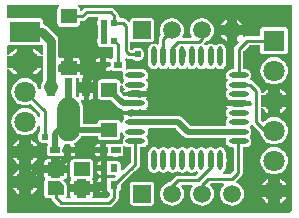
<source format=gtl>
G04 Layer: TopLayer*
G04 EasyEDA v6.5.37, 2023-10-31 21:51:45*
G04 92e80ba92b534569934612c00dbf32e0,a91715704fb945b483ebfb4622a18937,10*
G04 Gerber Generator version 0.2*
G04 Scale: 100 percent, Rotated: No, Reflected: No *
G04 Dimensions in inches *
G04 leading zeros omitted , absolute positions ,3 integer and 6 decimal *
%FSLAX36Y36*%
%MOIN*%

%AMMACRO1*4,1,5,-0.0276,0.0226,0.0133,0.0226,0.0276,0.0077,0.0276,-0.0226,-0.0276,-0.0226,-0.0276,0.0226,0*%
%AMMACRO2*21,1,$1,$2,0,0,$3*%
%ADD10C,0.0200*%
%ADD11C,0.0100*%
%ADD12C,0.0300*%
%ADD13R,0.0551X0.0453*%
%ADD14MACRO1*%
%ADD15R,0.0236X0.0256*%
%ADD16MACRO2,0.0213X0.0311X90.0000*%
%ADD17MACRO2,0.0213X0.0311X-90.0000*%
%ADD18R,0.0551X0.0472*%
%ADD19R,0.0295X0.0236*%
%ADD20MACRO2,0.0213X0.0223X-90.0000*%
%ADD21MACRO2,0.0535X0.0484X0.0000*%
%ADD22R,0.0265X0.0620*%
%ADD23O,0.017717X0.064961*%
%ADD24O,0.064961X0.017717*%
%ADD25C,0.0709*%
%ADD26R,0.0709X0.0709*%
%ADD27R,0.0591X0.0591*%
%ADD28C,0.0591*%
%ADD29O,0.098425X0.070866*%
%ADD30R,0.0984X0.0709*%
%ADD31C,0.0240*%
%ADD32C,0.0480*%
%ADD33C,0.0135*%

%LPD*%
G36*
X489200Y2846200D02*
G01*
X487660Y2846500D01*
X486380Y2847380D01*
X485500Y2848660D01*
X485200Y2850200D01*
X485200Y3323620D01*
X485540Y3325240D01*
X486520Y3326580D01*
X487980Y3327420D01*
X489640Y3327580D01*
X491220Y3327060D01*
X492440Y3325940D01*
X496079Y3320920D01*
X499980Y3316740D01*
X504400Y3313080D01*
X509240Y3310020D01*
X514420Y3307580D01*
X517900Y3306460D01*
X517900Y3329780D01*
X489200Y3329780D01*
X487660Y3330080D01*
X486380Y3330960D01*
X485500Y3332260D01*
X485200Y3333780D01*
X485200Y3366220D01*
X485500Y3367740D01*
X486380Y3369040D01*
X487660Y3369920D01*
X489200Y3370220D01*
X517900Y3370220D01*
X517900Y3393540D01*
X514420Y3392420D01*
X509240Y3389980D01*
X504400Y3386920D01*
X499980Y3383260D01*
X496079Y3379080D01*
X492440Y3374060D01*
X491220Y3372940D01*
X489640Y3372420D01*
X487980Y3372580D01*
X486520Y3373420D01*
X485540Y3374760D01*
X485200Y3376380D01*
X485200Y3402040D01*
X485560Y3403700D01*
X486560Y3405059D01*
X488040Y3405880D01*
X489739Y3406000D01*
X493519Y3404640D01*
X496019Y3404360D01*
X593980Y3404360D01*
X596480Y3404640D01*
X598620Y3405400D01*
X599620Y3406019D01*
X601200Y3406600D01*
X602900Y3406460D01*
X604380Y3405640D01*
X605380Y3404280D01*
X605740Y3402640D01*
X605740Y3374680D01*
X605360Y3372980D01*
X604280Y3371600D01*
X602740Y3370800D01*
X601000Y3370740D01*
X599380Y3371440D01*
X598240Y3372760D01*
X597300Y3374440D01*
X593940Y3379080D01*
X590020Y3383260D01*
X585600Y3386920D01*
X580760Y3389980D01*
X575580Y3392420D01*
X572100Y3393540D01*
X572100Y3370220D01*
X601740Y3370220D01*
X603280Y3369920D01*
X604560Y3369040D01*
X605440Y3367740D01*
X605740Y3366220D01*
X605740Y3333780D01*
X605440Y3332260D01*
X604560Y3330960D01*
X603280Y3330080D01*
X601740Y3329780D01*
X572100Y3329780D01*
X572100Y3306460D01*
X575580Y3307580D01*
X580760Y3310020D01*
X585600Y3313080D01*
X590020Y3316740D01*
X593940Y3320920D01*
X597300Y3325560D01*
X598240Y3327240D01*
X599380Y3328560D01*
X601000Y3329260D01*
X602740Y3329200D01*
X604280Y3328399D01*
X605360Y3327020D01*
X605740Y3325320D01*
X605740Y3289420D01*
X605540Y3288159D01*
X604940Y3287020D01*
X602180Y3283320D01*
X599840Y3279040D01*
X598140Y3274480D01*
X597100Y3269700D01*
X596760Y3264840D01*
X596880Y3262919D01*
X596660Y3261259D01*
X595760Y3259840D01*
X594360Y3258900D01*
X592700Y3258639D01*
X591080Y3259080D01*
X589780Y3260140D01*
X589020Y3261640D01*
X588400Y3264100D01*
X586280Y3269420D01*
X583520Y3274440D01*
X580160Y3279080D01*
X576240Y3283260D01*
X571820Y3286920D01*
X566980Y3289980D01*
X561800Y3292420D01*
X556340Y3294200D01*
X550720Y3295260D01*
X545000Y3295620D01*
X539280Y3295260D01*
X533660Y3294200D01*
X528200Y3292420D01*
X523020Y3289980D01*
X518180Y3286920D01*
X513760Y3283260D01*
X509840Y3279080D01*
X506480Y3274440D01*
X503720Y3269420D01*
X501599Y3264100D01*
X500180Y3258540D01*
X499460Y3252860D01*
X499460Y3247140D01*
X500180Y3241460D01*
X501599Y3235899D01*
X503720Y3230580D01*
X506480Y3225560D01*
X509840Y3220920D01*
X513760Y3216740D01*
X518180Y3213080D01*
X523020Y3210020D01*
X528200Y3207580D01*
X533660Y3205800D01*
X539280Y3204740D01*
X545000Y3204380D01*
X550720Y3204740D01*
X556340Y3205800D01*
X561800Y3207580D01*
X563640Y3208080D01*
X565240Y3207799D01*
X566600Y3206920D01*
X593620Y3179880D01*
X594500Y3178580D01*
X594800Y3177040D01*
X594800Y3168880D01*
X594500Y3167340D01*
X593620Y3166040D01*
X592300Y3165179D01*
X590760Y3164880D01*
X589220Y3165200D01*
X587940Y3166100D01*
X587080Y3167420D01*
X586280Y3169420D01*
X583520Y3174440D01*
X580160Y3179080D01*
X576240Y3183260D01*
X571820Y3186920D01*
X566980Y3189980D01*
X561800Y3192420D01*
X556340Y3194200D01*
X550720Y3195260D01*
X545000Y3195620D01*
X539280Y3195260D01*
X533660Y3194200D01*
X528200Y3192420D01*
X523020Y3189980D01*
X518180Y3186920D01*
X513760Y3183260D01*
X509840Y3179080D01*
X506480Y3174440D01*
X503720Y3169420D01*
X501599Y3164100D01*
X500180Y3158540D01*
X499460Y3152860D01*
X499460Y3147140D01*
X500180Y3141460D01*
X501599Y3135899D01*
X503720Y3130580D01*
X506480Y3125560D01*
X509840Y3120920D01*
X513760Y3116740D01*
X518180Y3113080D01*
X523020Y3110020D01*
X528200Y3107580D01*
X533660Y3105800D01*
X539280Y3104740D01*
X545000Y3104380D01*
X550720Y3104740D01*
X556340Y3105800D01*
X561800Y3107580D01*
X566980Y3110020D01*
X571820Y3113080D01*
X576240Y3116740D01*
X580160Y3120920D01*
X583520Y3125560D01*
X586280Y3130580D01*
X587080Y3132580D01*
X587940Y3133900D01*
X589220Y3134800D01*
X590760Y3135120D01*
X592300Y3134820D01*
X593620Y3133960D01*
X594500Y3132660D01*
X594800Y3131120D01*
X594800Y3117720D01*
X594500Y3116180D01*
X593620Y3114880D01*
X593000Y3114260D01*
X590780Y3111100D01*
X589160Y3107580D01*
X588160Y3103860D01*
X587820Y3100000D01*
X588160Y3096139D01*
X589160Y3092420D01*
X590780Y3088900D01*
X593000Y3085740D01*
X595740Y3083000D01*
X598900Y3080779D01*
X602420Y3079160D01*
X606140Y3078159D01*
X610000Y3077820D01*
X613860Y3078159D01*
X616320Y3078820D01*
X618040Y3078880D01*
X619640Y3078220D01*
X620820Y3076940D01*
X621340Y3075299D01*
X621100Y3073580D01*
X618820Y3070040D01*
X618060Y3067900D01*
X617780Y3065400D01*
X617780Y3044600D01*
X618060Y3042100D01*
X618820Y3039960D01*
X620040Y3038020D01*
X621640Y3036420D01*
X623580Y3035200D01*
X625720Y3034460D01*
X628220Y3034160D01*
X658860Y3034160D01*
X661360Y3034460D01*
X663680Y3035260D01*
X665000Y3035480D01*
X666320Y3035260D01*
X668640Y3034460D01*
X671140Y3034160D01*
X676180Y3034160D01*
X676180Y3047180D01*
X673300Y3047180D01*
X671760Y3047480D01*
X670460Y3048360D01*
X669599Y3049660D01*
X669300Y3051180D01*
X669300Y3058820D01*
X669599Y3060340D01*
X670460Y3061640D01*
X671760Y3062520D01*
X673300Y3062820D01*
X676180Y3062820D01*
X676180Y3070940D01*
X676580Y3072660D01*
X677680Y3074060D01*
X679280Y3074820D01*
X681040Y3074840D01*
X681919Y3074640D01*
X686360Y3074100D01*
X690819Y3073960D01*
X692480Y3074060D01*
X694080Y3073840D01*
X695480Y3073000D01*
X696400Y3071660D01*
X696740Y3070080D01*
X696740Y3062820D01*
X712220Y3062820D01*
X712220Y3065400D01*
X711940Y3067900D01*
X711180Y3070040D01*
X709960Y3071980D01*
X708780Y3073580D01*
X708460Y3075080D01*
X708720Y3076580D01*
X709520Y3077860D01*
X710759Y3078759D01*
X712240Y3079460D01*
X716080Y3081720D01*
X719700Y3084340D01*
X723040Y3087280D01*
X726100Y3090539D01*
X728860Y3094060D01*
X731260Y3097820D01*
X732820Y3100740D01*
X733700Y3101880D01*
X734940Y3102620D01*
X736340Y3102860D01*
X783600Y3102860D01*
X785040Y3102600D01*
X786280Y3101860D01*
X787159Y3100700D01*
X787580Y3099320D01*
X787820Y3097180D01*
X788580Y3095040D01*
X789780Y3093100D01*
X791400Y3091500D01*
X793319Y3090280D01*
X795480Y3089520D01*
X797960Y3089240D01*
X852640Y3089240D01*
X855120Y3089520D01*
X857280Y3090280D01*
X859200Y3091500D01*
X860819Y3093100D01*
X862020Y3095040D01*
X862780Y3097180D01*
X863060Y3099680D01*
X863060Y3110700D01*
X863420Y3112340D01*
X864400Y3113700D01*
X865860Y3114520D01*
X867540Y3114680D01*
X869120Y3114140D01*
X870340Y3112980D01*
X872340Y3107780D01*
X874180Y3104780D01*
X875620Y3103200D01*
X876400Y3101960D01*
X876660Y3100520D01*
X876400Y3099060D01*
X875620Y3097820D01*
X874180Y3096240D01*
X872340Y3093260D01*
X871060Y3089980D01*
X870420Y3086520D01*
X870420Y3083000D01*
X871040Y3079640D01*
X871000Y3077980D01*
X870300Y3076480D01*
X869040Y3075380D01*
X867440Y3074920D01*
X865800Y3075120D01*
X864580Y3075539D01*
X862080Y3075820D01*
X854940Y3075820D01*
X853900Y3075960D01*
X850620Y3076840D01*
X846760Y3077180D01*
X842900Y3076840D01*
X839620Y3075960D01*
X838580Y3075820D01*
X831440Y3075820D01*
X828940Y3075539D01*
X826620Y3074740D01*
X825300Y3074520D01*
X823980Y3074740D01*
X821660Y3075539D01*
X819160Y3075820D01*
X814120Y3075820D01*
X814120Y3062820D01*
X817000Y3062820D01*
X818540Y3062520D01*
X819840Y3061640D01*
X820699Y3060340D01*
X821000Y3058820D01*
X821000Y3051180D01*
X820699Y3049660D01*
X819840Y3048360D01*
X818540Y3047480D01*
X817000Y3047180D01*
X814120Y3047180D01*
X814120Y3034160D01*
X819160Y3034160D01*
X821660Y3034460D01*
X823980Y3035260D01*
X825300Y3035480D01*
X826620Y3035260D01*
X828940Y3034460D01*
X831440Y3034160D01*
X838580Y3034160D01*
X839620Y3034040D01*
X842900Y3033159D01*
X846760Y3032820D01*
X850620Y3033159D01*
X853900Y3034040D01*
X854940Y3034160D01*
X862080Y3034160D01*
X864580Y3034460D01*
X866720Y3035200D01*
X868660Y3036420D01*
X870260Y3038020D01*
X871480Y3039960D01*
X872240Y3042100D01*
X872520Y3044600D01*
X872520Y3065620D01*
X872880Y3067300D01*
X873900Y3068660D01*
X875400Y3069480D01*
X877099Y3069580D01*
X878680Y3068980D01*
X879220Y3068639D01*
X882500Y3067000D01*
X885879Y3066040D01*
X889560Y3065700D01*
X893800Y3065700D01*
X895340Y3065400D01*
X896620Y3064540D01*
X897500Y3063240D01*
X897800Y3061700D01*
X897800Y3015960D01*
X897500Y3014420D01*
X896620Y3013120D01*
X889479Y3005980D01*
X870360Y2988980D01*
X869020Y2988180D01*
X867480Y2987980D01*
X865960Y2988360D01*
X864720Y2989320D01*
X863920Y2990659D01*
X863720Y2992220D01*
X863880Y2994960D01*
X863700Y2997180D01*
X863700Y3007580D01*
X863420Y3010059D01*
X862680Y3012200D01*
X861460Y3014140D01*
X859860Y3015740D01*
X857920Y3016960D01*
X855780Y3017720D01*
X853280Y3018000D01*
X830120Y3018000D01*
X827620Y3017720D01*
X826320Y3017260D01*
X825000Y3017040D01*
X823680Y3017260D01*
X822380Y3017720D01*
X819880Y3018000D01*
X816700Y3018000D01*
X816700Y3003759D01*
X818240Y3002980D01*
X819320Y3001600D01*
X819680Y2999900D01*
X819680Y2996820D01*
X819520Y2995000D01*
X819680Y2992840D01*
X819680Y2990100D01*
X819320Y2988399D01*
X818240Y2987020D01*
X816700Y2986240D01*
X816700Y2972000D01*
X819880Y2972000D01*
X822380Y2972280D01*
X823680Y2972740D01*
X825000Y2972960D01*
X826320Y2972740D01*
X827620Y2972280D01*
X830120Y2972000D01*
X842560Y2972000D01*
X844080Y2971700D01*
X845380Y2970840D01*
X846240Y2969540D01*
X846560Y2968000D01*
X846240Y2966480D01*
X845380Y2965179D01*
X844380Y2964160D01*
X843080Y2963300D01*
X841540Y2963000D01*
X830120Y2963000D01*
X827620Y2962720D01*
X826320Y2962260D01*
X825000Y2962040D01*
X823680Y2962260D01*
X822380Y2962720D01*
X819880Y2963000D01*
X816700Y2963000D01*
X816700Y2948759D01*
X818259Y2947980D01*
X819320Y2946600D01*
X819700Y2944900D01*
X819700Y2935100D01*
X819320Y2933399D01*
X818259Y2932020D01*
X816700Y2931240D01*
X816700Y2917000D01*
X819880Y2917000D01*
X822060Y2917240D01*
X823720Y2917080D01*
X825160Y2916259D01*
X826160Y2914900D01*
X826500Y2913279D01*
X826500Y2904660D01*
X826200Y2903120D01*
X825320Y2901820D01*
X819880Y2896380D01*
X818580Y2895500D01*
X817039Y2895200D01*
X773340Y2895200D01*
X771700Y2895560D01*
X770340Y2896560D01*
X769520Y2898039D01*
X769380Y2899740D01*
X770780Y2903600D01*
X771060Y2906080D01*
X771060Y2914680D01*
X749580Y2914680D01*
X749580Y2899200D01*
X749280Y2897660D01*
X748420Y2896380D01*
X747120Y2895500D01*
X745580Y2895200D01*
X721040Y2895200D01*
X719500Y2895500D01*
X718199Y2896380D01*
X717340Y2897660D01*
X717039Y2899200D01*
X717039Y2914680D01*
X695560Y2914680D01*
X695560Y2906080D01*
X695840Y2903600D01*
X697240Y2899740D01*
X697099Y2898039D01*
X696280Y2896560D01*
X694920Y2895560D01*
X693280Y2895200D01*
X686720Y2895200D01*
X685060Y2895560D01*
X683700Y2896560D01*
X682900Y2898039D01*
X682760Y2899740D01*
X684160Y2903600D01*
X684440Y2906080D01*
X684440Y2936040D01*
X684240Y2938159D01*
X683700Y2940020D01*
X682820Y2941740D01*
X681500Y2943399D01*
X673180Y2952100D01*
X672280Y2953620D01*
X672099Y2955380D01*
X672700Y2957020D01*
X673960Y2958260D01*
X675620Y2958840D01*
X676520Y2958940D01*
X678660Y2959700D01*
X680600Y2960899D01*
X682200Y2962520D01*
X683420Y2964440D01*
X684160Y2966600D01*
X684440Y2969080D01*
X684440Y2977679D01*
X662960Y2977679D01*
X662960Y2965340D01*
X662660Y2963820D01*
X661800Y2962520D01*
X660500Y2961640D01*
X658960Y2961340D01*
X634420Y2961340D01*
X632880Y2961640D01*
X631580Y2962520D01*
X630720Y2963820D01*
X630420Y2965340D01*
X630420Y2977679D01*
X608940Y2977679D01*
X608940Y2969080D01*
X609220Y2966600D01*
X609960Y2964440D01*
X611420Y2962120D01*
X611960Y2960720D01*
X611960Y2959240D01*
X611420Y2957860D01*
X609960Y2955560D01*
X609200Y2953399D01*
X608920Y2950920D01*
X608920Y2906080D01*
X609200Y2903600D01*
X609960Y2901460D01*
X611180Y2899520D01*
X612780Y2897919D01*
X614720Y2896700D01*
X616860Y2895940D01*
X619360Y2895659D01*
X628740Y2895659D01*
X630380Y2895299D01*
X631740Y2894300D01*
X634060Y2889880D01*
X636080Y2887420D01*
X654120Y2869400D01*
X656560Y2867380D01*
X659200Y2865980D01*
X662039Y2865120D01*
X665200Y2864800D01*
X824800Y2864800D01*
X827960Y2865120D01*
X830800Y2865980D01*
X833439Y2867380D01*
X835879Y2869400D01*
X852300Y2885820D01*
X854320Y2888260D01*
X855720Y2890899D01*
X856580Y2893740D01*
X856900Y2896900D01*
X856900Y2915179D01*
X857120Y2916500D01*
X857780Y2917679D01*
X858780Y2918580D01*
X859860Y2919260D01*
X861460Y2920860D01*
X862680Y2922799D01*
X863420Y2924940D01*
X863720Y2927420D01*
X863720Y2938860D01*
X864020Y2940380D01*
X864880Y2941680D01*
X880520Y2957320D01*
X910780Y2984300D01*
X923600Y2997120D01*
X925620Y2999560D01*
X927020Y3002200D01*
X927880Y3005040D01*
X928199Y3008200D01*
X928199Y3061700D01*
X928500Y3063240D01*
X929380Y3064540D01*
X930660Y3065400D01*
X932200Y3065700D01*
X936440Y3065700D01*
X940120Y3066040D01*
X943500Y3067000D01*
X946640Y3068580D01*
X949460Y3070700D01*
X951820Y3073279D01*
X953660Y3076280D01*
X954940Y3079560D01*
X955580Y3083000D01*
X955580Y3086520D01*
X954940Y3089980D01*
X953660Y3093260D01*
X951820Y3096240D01*
X950380Y3097820D01*
X949599Y3099060D01*
X949340Y3100520D01*
X949599Y3101960D01*
X950380Y3103200D01*
X951820Y3104780D01*
X953660Y3107780D01*
X954940Y3111040D01*
X955580Y3114500D01*
X955580Y3118020D01*
X954940Y3121480D01*
X954680Y3122120D01*
X954419Y3123639D01*
X954740Y3125140D01*
X955620Y3126420D01*
X956900Y3127260D01*
X958420Y3127559D01*
X1044980Y3127559D01*
X1046500Y3127260D01*
X1047800Y3126380D01*
X1072160Y3102040D01*
X1073520Y3100779D01*
X1074920Y3099720D01*
X1076400Y3098759D01*
X1077960Y3097960D01*
X1079600Y3097280D01*
X1081280Y3096760D01*
X1083000Y3096380D01*
X1084740Y3096139D01*
X1086580Y3096060D01*
X1211580Y3096060D01*
X1213100Y3095760D01*
X1214380Y3094920D01*
X1215260Y3093639D01*
X1215580Y3092140D01*
X1215320Y3090620D01*
X1215060Y3089980D01*
X1214420Y3086520D01*
X1214420Y3083000D01*
X1215060Y3079560D01*
X1216340Y3076280D01*
X1218180Y3073279D01*
X1220540Y3070700D01*
X1223360Y3068580D01*
X1226500Y3067000D01*
X1229880Y3066040D01*
X1233560Y3065700D01*
X1235800Y3065700D01*
X1237340Y3065400D01*
X1238620Y3064540D01*
X1239500Y3063240D01*
X1239800Y3061700D01*
X1239800Y2987960D01*
X1239500Y2986420D01*
X1238620Y2985120D01*
X1229880Y2976380D01*
X1228580Y2975500D01*
X1227040Y2975200D01*
X1207060Y2975200D01*
X1205400Y2975560D01*
X1204040Y2976600D01*
X1203220Y2978100D01*
X1203120Y2979820D01*
X1203740Y2981400D01*
X1204960Y2982600D01*
X1206720Y2983680D01*
X1209300Y2986040D01*
X1211420Y2988860D01*
X1213000Y2992000D01*
X1213960Y2995380D01*
X1214300Y2999060D01*
X1214300Y3010179D01*
X1214660Y3011880D01*
X1216080Y3014920D01*
X1217080Y3018639D01*
X1217420Y3022500D01*
X1217080Y3026360D01*
X1216080Y3030080D01*
X1214660Y3033120D01*
X1214300Y3034820D01*
X1214300Y3045940D01*
X1213960Y3049620D01*
X1213000Y3053000D01*
X1211420Y3056139D01*
X1209300Y3058960D01*
X1206720Y3061320D01*
X1203720Y3063159D01*
X1200440Y3064440D01*
X1197000Y3065080D01*
X1193480Y3065080D01*
X1190020Y3064440D01*
X1186740Y3063159D01*
X1183760Y3061320D01*
X1182180Y3059880D01*
X1180940Y3059100D01*
X1179480Y3058840D01*
X1178040Y3059100D01*
X1176800Y3059880D01*
X1175220Y3061320D01*
X1172220Y3063159D01*
X1168960Y3064440D01*
X1165500Y3065080D01*
X1161980Y3065080D01*
X1158520Y3064440D01*
X1155260Y3063159D01*
X1152260Y3061320D01*
X1150680Y3059880D01*
X1149440Y3059100D01*
X1148000Y3058840D01*
X1146540Y3059100D01*
X1145300Y3059880D01*
X1143720Y3061320D01*
X1140740Y3063159D01*
X1137460Y3064440D01*
X1134000Y3065080D01*
X1130480Y3065080D01*
X1127040Y3064440D01*
X1123760Y3063159D01*
X1120760Y3061320D01*
X1119200Y3059880D01*
X1117940Y3059100D01*
X1116500Y3058840D01*
X1115060Y3059100D01*
X1113800Y3059880D01*
X1112220Y3061320D01*
X1109240Y3063159D01*
X1105960Y3064440D01*
X1102500Y3065080D01*
X1099000Y3065080D01*
X1095540Y3064440D01*
X1092260Y3063159D01*
X1089280Y3061320D01*
X1087700Y3059880D01*
X1086440Y3059100D01*
X1085000Y3058840D01*
X1083560Y3059100D01*
X1082300Y3059880D01*
X1080720Y3061320D01*
X1077740Y3063159D01*
X1074460Y3064440D01*
X1071000Y3065080D01*
X1067500Y3065080D01*
X1064040Y3064440D01*
X1060760Y3063159D01*
X1057780Y3061320D01*
X1056200Y3059880D01*
X1054940Y3059100D01*
X1053500Y3058840D01*
X1052060Y3059100D01*
X1050800Y3059880D01*
X1049240Y3061320D01*
X1046240Y3063159D01*
X1042960Y3064440D01*
X1039520Y3065080D01*
X1036000Y3065080D01*
X1032540Y3064440D01*
X1029260Y3063159D01*
X1026280Y3061320D01*
X1024700Y3059880D01*
X1023460Y3059100D01*
X1022000Y3058840D01*
X1020560Y3059100D01*
X1019320Y3059880D01*
X1017740Y3061320D01*
X1014740Y3063159D01*
X1011480Y3064440D01*
X1008020Y3065080D01*
X1004500Y3065080D01*
X1001040Y3064440D01*
X997780Y3063159D01*
X994780Y3061320D01*
X993199Y3059880D01*
X991960Y3059100D01*
X990520Y3058840D01*
X989060Y3059100D01*
X987820Y3059880D01*
X986240Y3061320D01*
X983259Y3063159D01*
X979980Y3064440D01*
X976520Y3065080D01*
X973000Y3065080D01*
X969560Y3064440D01*
X966280Y3063159D01*
X963280Y3061320D01*
X960699Y3058960D01*
X958580Y3056139D01*
X957000Y3053000D01*
X956040Y3049620D01*
X955699Y3045940D01*
X955699Y2999060D01*
X956040Y2995380D01*
X957000Y2992000D01*
X958580Y2988860D01*
X960699Y2986040D01*
X963280Y2983680D01*
X966280Y2981840D01*
X969560Y2980560D01*
X973000Y2979920D01*
X976520Y2979920D01*
X979980Y2980560D01*
X983259Y2981840D01*
X986240Y2983680D01*
X987820Y2985120D01*
X989060Y2985899D01*
X990520Y2986160D01*
X991960Y2985899D01*
X993199Y2985120D01*
X994780Y2983680D01*
X997780Y2981840D01*
X1001040Y2980560D01*
X1004500Y2979920D01*
X1008020Y2979920D01*
X1011480Y2980560D01*
X1014740Y2981840D01*
X1017740Y2983680D01*
X1019320Y2985120D01*
X1020560Y2985899D01*
X1022000Y2986160D01*
X1023460Y2985899D01*
X1024700Y2985120D01*
X1026280Y2983680D01*
X1029260Y2981840D01*
X1032540Y2980560D01*
X1036000Y2979920D01*
X1039520Y2979920D01*
X1042960Y2980560D01*
X1046240Y2981840D01*
X1049240Y2983680D01*
X1050800Y2985120D01*
X1052060Y2985899D01*
X1053500Y2986160D01*
X1054940Y2985899D01*
X1056200Y2985120D01*
X1057780Y2983680D01*
X1060760Y2981840D01*
X1064040Y2980560D01*
X1067500Y2979920D01*
X1071000Y2979920D01*
X1074460Y2980560D01*
X1077740Y2981840D01*
X1080720Y2983680D01*
X1082300Y2985120D01*
X1083560Y2985899D01*
X1085000Y2986160D01*
X1086440Y2985899D01*
X1087700Y2985120D01*
X1089280Y2983680D01*
X1092260Y2981840D01*
X1095540Y2980560D01*
X1099000Y2979920D01*
X1102500Y2979920D01*
X1105960Y2980560D01*
X1109240Y2981840D01*
X1112220Y2983680D01*
X1113800Y2985120D01*
X1115060Y2985899D01*
X1116500Y2986160D01*
X1117940Y2985899D01*
X1119200Y2985120D01*
X1121040Y2983440D01*
X1121980Y2982140D01*
X1122340Y2980580D01*
X1122040Y2979000D01*
X1121160Y2977660D01*
X1114880Y2971380D01*
X1113580Y2970500D01*
X1112040Y2970200D01*
X1055200Y2970200D01*
X1052040Y2969880D01*
X1049200Y2969020D01*
X1046560Y2967620D01*
X1044120Y2965600D01*
X1028240Y2949740D01*
X1027360Y2949080D01*
X1026340Y2948680D01*
X1023240Y2947940D01*
X1018280Y2946040D01*
X1013620Y2943480D01*
X1009360Y2940340D01*
X1005540Y2936640D01*
X1002260Y2932480D01*
X999539Y2927919D01*
X997480Y2923020D01*
X996080Y2917919D01*
X995360Y2912660D01*
X995360Y2907340D01*
X996080Y2902080D01*
X997480Y2896980D01*
X999539Y2892080D01*
X1002260Y2887520D01*
X1005540Y2883360D01*
X1009360Y2879660D01*
X1013620Y2876520D01*
X1018280Y2873960D01*
X1023240Y2872060D01*
X1028400Y2870840D01*
X1033680Y2870299D01*
X1038980Y2870480D01*
X1044200Y2871360D01*
X1049280Y2872940D01*
X1054080Y2875160D01*
X1058560Y2878020D01*
X1062620Y2881440D01*
X1066180Y2885380D01*
X1069180Y2889760D01*
X1071560Y2894500D01*
X1073300Y2899500D01*
X1074360Y2904700D01*
X1074720Y2910000D01*
X1074360Y2915299D01*
X1073300Y2920500D01*
X1071560Y2925500D01*
X1069180Y2930240D01*
X1066920Y2933540D01*
X1066260Y2935140D01*
X1066360Y2936860D01*
X1067160Y2938380D01*
X1068520Y2939420D01*
X1070220Y2939800D01*
X1099780Y2939800D01*
X1101500Y2939400D01*
X1102900Y2938300D01*
X1103680Y2936700D01*
X1103680Y2934920D01*
X1102920Y2933320D01*
X1102260Y2932480D01*
X1099540Y2927919D01*
X1097480Y2923020D01*
X1096080Y2917919D01*
X1095360Y2912660D01*
X1095360Y2907340D01*
X1096080Y2902080D01*
X1097480Y2896980D01*
X1099540Y2892080D01*
X1102260Y2887520D01*
X1105540Y2883360D01*
X1109360Y2879660D01*
X1113620Y2876520D01*
X1118280Y2873960D01*
X1123240Y2872060D01*
X1128400Y2870840D01*
X1133680Y2870299D01*
X1138980Y2870480D01*
X1144200Y2871360D01*
X1149280Y2872940D01*
X1154080Y2875160D01*
X1158560Y2878020D01*
X1162620Y2881440D01*
X1166180Y2885380D01*
X1169180Y2889760D01*
X1171560Y2894500D01*
X1173300Y2899500D01*
X1174360Y2904700D01*
X1174720Y2910000D01*
X1174360Y2915299D01*
X1173300Y2920500D01*
X1171560Y2925500D01*
X1169180Y2930240D01*
X1166180Y2934620D01*
X1163000Y2938120D01*
X1162220Y2939420D01*
X1161980Y2940940D01*
X1162320Y2942420D01*
X1163200Y2943680D01*
X1164480Y2944500D01*
X1165980Y2944800D01*
X1204080Y2944800D01*
X1205620Y2944500D01*
X1206920Y2943620D01*
X1207800Y2942300D01*
X1208080Y2940760D01*
X1207760Y2939220D01*
X1206860Y2937919D01*
X1205540Y2936640D01*
X1202260Y2932480D01*
X1199540Y2927919D01*
X1197480Y2923020D01*
X1196080Y2917919D01*
X1195360Y2912660D01*
X1195360Y2907340D01*
X1196080Y2902080D01*
X1197480Y2896980D01*
X1199540Y2892080D01*
X1202260Y2887520D01*
X1205540Y2883360D01*
X1209360Y2879660D01*
X1213620Y2876520D01*
X1218280Y2873960D01*
X1223240Y2872060D01*
X1228400Y2870840D01*
X1233680Y2870299D01*
X1238980Y2870480D01*
X1244200Y2871360D01*
X1249280Y2872940D01*
X1254080Y2875160D01*
X1258560Y2878020D01*
X1262620Y2881440D01*
X1266180Y2885380D01*
X1269180Y2889760D01*
X1271560Y2894500D01*
X1273300Y2899500D01*
X1274360Y2904700D01*
X1274720Y2910000D01*
X1274360Y2915299D01*
X1273300Y2920500D01*
X1271560Y2925500D01*
X1269180Y2930240D01*
X1266180Y2934620D01*
X1262620Y2938560D01*
X1258560Y2941980D01*
X1254080Y2944840D01*
X1250560Y2946460D01*
X1249320Y2947360D01*
X1248520Y2948660D01*
X1248260Y2950160D01*
X1248560Y2951660D01*
X1249420Y2952919D01*
X1265600Y2969120D01*
X1267620Y2971560D01*
X1269020Y2974200D01*
X1269880Y2977040D01*
X1270200Y2980200D01*
X1270200Y3061700D01*
X1270500Y3063240D01*
X1271380Y3064540D01*
X1272660Y3065400D01*
X1274200Y3065700D01*
X1280440Y3065700D01*
X1284120Y3066040D01*
X1287500Y3067000D01*
X1290640Y3068580D01*
X1293460Y3070700D01*
X1295820Y3073279D01*
X1297660Y3076280D01*
X1298940Y3079560D01*
X1299580Y3083000D01*
X1299580Y3086520D01*
X1298940Y3089980D01*
X1297660Y3093260D01*
X1295820Y3096240D01*
X1294379Y3097820D01*
X1293600Y3099060D01*
X1293340Y3100520D01*
X1293600Y3101960D01*
X1294379Y3103200D01*
X1295820Y3104780D01*
X1297660Y3107780D01*
X1298940Y3111040D01*
X1299580Y3114500D01*
X1299580Y3118020D01*
X1298940Y3121480D01*
X1297660Y3124740D01*
X1295820Y3127740D01*
X1294379Y3129320D01*
X1293600Y3130560D01*
X1293340Y3132000D01*
X1293600Y3133460D01*
X1294379Y3134700D01*
X1295820Y3136280D01*
X1297560Y3139100D01*
X1298580Y3140200D01*
X1299940Y3140860D01*
X1301459Y3140960D01*
X1302900Y3140500D01*
X1304400Y3139120D01*
X1328940Y3114560D01*
X1329700Y3113500D01*
X1331600Y3105899D01*
X1333720Y3100580D01*
X1336480Y3095560D01*
X1339840Y3090920D01*
X1343760Y3086740D01*
X1348180Y3083080D01*
X1353020Y3080020D01*
X1358200Y3077580D01*
X1363660Y3075800D01*
X1369280Y3074740D01*
X1375000Y3074380D01*
X1380720Y3074740D01*
X1386339Y3075800D01*
X1391800Y3077580D01*
X1396980Y3080020D01*
X1401819Y3083080D01*
X1406240Y3086740D01*
X1410160Y3090920D01*
X1413520Y3095560D01*
X1416279Y3100580D01*
X1418400Y3105899D01*
X1419820Y3111460D01*
X1420540Y3117140D01*
X1420540Y3122860D01*
X1419820Y3128540D01*
X1418400Y3134100D01*
X1416279Y3139420D01*
X1413520Y3144440D01*
X1410160Y3149080D01*
X1406240Y3153260D01*
X1401819Y3156920D01*
X1396980Y3159980D01*
X1391800Y3162420D01*
X1386339Y3164200D01*
X1380720Y3165260D01*
X1375000Y3165620D01*
X1369280Y3165260D01*
X1363660Y3164200D01*
X1358200Y3162420D01*
X1353020Y3159980D01*
X1348180Y3156920D01*
X1343760Y3153260D01*
X1341500Y3150840D01*
X1340200Y3149920D01*
X1338640Y3149580D01*
X1337080Y3149860D01*
X1335740Y3150740D01*
X1331380Y3155120D01*
X1330500Y3156420D01*
X1330200Y3157960D01*
X1330200Y3191880D01*
X1330540Y3193500D01*
X1331519Y3194860D01*
X1332960Y3195680D01*
X1334620Y3195860D01*
X1336200Y3195340D01*
X1337440Y3194240D01*
X1339840Y3190920D01*
X1343760Y3186740D01*
X1348180Y3183080D01*
X1353020Y3180020D01*
X1354780Y3179180D01*
X1354780Y3199780D01*
X1334199Y3199780D01*
X1332660Y3200080D01*
X1331380Y3200960D01*
X1330500Y3202260D01*
X1330200Y3203780D01*
X1330200Y3236220D01*
X1330500Y3237740D01*
X1331380Y3239040D01*
X1332660Y3239920D01*
X1334199Y3240220D01*
X1354780Y3240220D01*
X1354780Y3260820D01*
X1353020Y3259980D01*
X1348180Y3256920D01*
X1343760Y3253260D01*
X1339840Y3249080D01*
X1337440Y3245760D01*
X1336200Y3244660D01*
X1334620Y3244140D01*
X1332960Y3244320D01*
X1331519Y3245140D01*
X1330540Y3246500D01*
X1330200Y3248120D01*
X1330200Y3253500D01*
X1329880Y3256660D01*
X1329019Y3259520D01*
X1327620Y3262140D01*
X1325600Y3264580D01*
X1305880Y3284320D01*
X1303440Y3286320D01*
X1300800Y3287720D01*
X1298440Y3288440D01*
X1297140Y3289120D01*
X1296180Y3290200D01*
X1295660Y3291560D01*
X1295680Y3293020D01*
X1296200Y3294380D01*
X1297660Y3296740D01*
X1298940Y3300020D01*
X1299580Y3303480D01*
X1299580Y3307000D01*
X1298940Y3310440D01*
X1297660Y3313720D01*
X1295820Y3316720D01*
X1293460Y3319300D01*
X1290640Y3321420D01*
X1287500Y3323000D01*
X1284120Y3323960D01*
X1280440Y3324300D01*
X1276200Y3324300D01*
X1274680Y3324600D01*
X1273380Y3325460D01*
X1272500Y3326760D01*
X1272200Y3328300D01*
X1272200Y3384040D01*
X1272500Y3385580D01*
X1273380Y3386880D01*
X1290120Y3403620D01*
X1291420Y3404500D01*
X1292960Y3404800D01*
X1325360Y3404800D01*
X1326900Y3404500D01*
X1328200Y3403620D01*
X1329060Y3402340D01*
X1329360Y3400800D01*
X1329360Y3384800D01*
X1329640Y3382300D01*
X1330400Y3380160D01*
X1331620Y3378220D01*
X1333220Y3376620D01*
X1335160Y3375400D01*
X1337300Y3374640D01*
X1339800Y3374360D01*
X1410200Y3374360D01*
X1412700Y3374640D01*
X1414840Y3375400D01*
X1416780Y3376620D01*
X1418380Y3378220D01*
X1419600Y3380160D01*
X1420360Y3382300D01*
X1420640Y3384800D01*
X1420640Y3455200D01*
X1420360Y3457700D01*
X1419600Y3459840D01*
X1418380Y3461780D01*
X1416780Y3463380D01*
X1414840Y3464600D01*
X1412700Y3465360D01*
X1410200Y3465640D01*
X1339800Y3465640D01*
X1337300Y3465360D01*
X1335160Y3464600D01*
X1333220Y3463380D01*
X1331620Y3461780D01*
X1330400Y3459840D01*
X1329640Y3457700D01*
X1329360Y3455200D01*
X1329360Y3439200D01*
X1329060Y3437660D01*
X1328200Y3436380D01*
X1326900Y3435500D01*
X1325360Y3435200D01*
X1285200Y3435200D01*
X1282040Y3434880D01*
X1279200Y3434020D01*
X1275200Y3431900D01*
X1273660Y3431740D01*
X1272180Y3432180D01*
X1270980Y3433159D01*
X1270240Y3434520D01*
X1270060Y3436040D01*
X1270580Y3437740D01*
X1252160Y3437740D01*
X1252160Y3419200D01*
X1253140Y3419420D01*
X1254700Y3419160D01*
X1256040Y3418320D01*
X1256940Y3417020D01*
X1257280Y3415480D01*
X1256980Y3413920D01*
X1256100Y3412600D01*
X1246400Y3402880D01*
X1244380Y3400440D01*
X1242980Y3397799D01*
X1242120Y3394960D01*
X1241800Y3391800D01*
X1241800Y3328300D01*
X1241500Y3326760D01*
X1240640Y3325460D01*
X1239340Y3324600D01*
X1237800Y3324300D01*
X1233560Y3324300D01*
X1229880Y3323960D01*
X1226500Y3323000D01*
X1223360Y3321420D01*
X1220540Y3319300D01*
X1218180Y3316720D01*
X1216340Y3313720D01*
X1215060Y3310440D01*
X1214420Y3307000D01*
X1214420Y3303480D01*
X1215060Y3300020D01*
X1216340Y3296740D01*
X1218180Y3293759D01*
X1219620Y3292180D01*
X1220400Y3290940D01*
X1220660Y3289480D01*
X1220400Y3288039D01*
X1219620Y3286800D01*
X1218180Y3285220D01*
X1216340Y3282220D01*
X1215060Y3278960D01*
X1214420Y3275500D01*
X1214420Y3271980D01*
X1215060Y3268519D01*
X1216340Y3265260D01*
X1218180Y3262260D01*
X1219620Y3260680D01*
X1220400Y3259440D01*
X1220660Y3258000D01*
X1220400Y3256540D01*
X1219620Y3255299D01*
X1218180Y3253720D01*
X1216340Y3250740D01*
X1215060Y3247460D01*
X1214420Y3244000D01*
X1214420Y3240480D01*
X1215060Y3237040D01*
X1216340Y3233759D01*
X1218180Y3230760D01*
X1219620Y3229200D01*
X1220400Y3227940D01*
X1220660Y3226500D01*
X1220400Y3225059D01*
X1219620Y3223800D01*
X1218180Y3222220D01*
X1216340Y3219240D01*
X1215720Y3217679D01*
X1238260Y3217679D01*
X1238260Y3219180D01*
X1238560Y3220720D01*
X1239440Y3222020D01*
X1240720Y3222880D01*
X1242260Y3223180D01*
X1271740Y3223180D01*
X1273280Y3222880D01*
X1274560Y3222020D01*
X1275440Y3220720D01*
X1275740Y3219180D01*
X1275740Y3217679D01*
X1295800Y3217679D01*
X1297340Y3217380D01*
X1298620Y3216500D01*
X1299500Y3215200D01*
X1299800Y3213680D01*
X1299800Y3207820D01*
X1299500Y3206280D01*
X1298620Y3205000D01*
X1297340Y3204120D01*
X1295800Y3203820D01*
X1275740Y3203820D01*
X1275740Y3202320D01*
X1275440Y3200779D01*
X1274560Y3199480D01*
X1273280Y3198620D01*
X1271740Y3198320D01*
X1242260Y3198320D01*
X1240720Y3198620D01*
X1239440Y3199480D01*
X1238560Y3200779D01*
X1238260Y3202320D01*
X1238260Y3203820D01*
X1215720Y3203820D01*
X1216340Y3202260D01*
X1218180Y3199280D01*
X1219620Y3197700D01*
X1220400Y3196440D01*
X1220660Y3195000D01*
X1220400Y3193560D01*
X1219620Y3192300D01*
X1218180Y3190720D01*
X1216340Y3187740D01*
X1215060Y3184460D01*
X1214420Y3181000D01*
X1214420Y3177500D01*
X1215060Y3174040D01*
X1216340Y3170760D01*
X1218180Y3167780D01*
X1219620Y3166200D01*
X1220400Y3164940D01*
X1220660Y3163500D01*
X1220400Y3162060D01*
X1219620Y3160800D01*
X1218180Y3159240D01*
X1216340Y3156240D01*
X1215060Y3152960D01*
X1214420Y3149520D01*
X1214420Y3146000D01*
X1215060Y3142540D01*
X1215320Y3141900D01*
X1215580Y3140380D01*
X1215260Y3138880D01*
X1214380Y3137600D01*
X1213100Y3136760D01*
X1211580Y3136460D01*
X1096520Y3136460D01*
X1095000Y3136760D01*
X1093700Y3137640D01*
X1069340Y3161980D01*
X1067980Y3163240D01*
X1066580Y3164300D01*
X1065100Y3165260D01*
X1063540Y3166060D01*
X1061900Y3166740D01*
X1060220Y3167260D01*
X1058500Y3167640D01*
X1056760Y3167880D01*
X1054920Y3167960D01*
X958420Y3167960D01*
X956900Y3168260D01*
X955620Y3169100D01*
X954740Y3170380D01*
X954419Y3171880D01*
X954500Y3172320D01*
X931740Y3172320D01*
X931440Y3170419D01*
X930560Y3169140D01*
X929280Y3168260D01*
X927740Y3167960D01*
X922860Y3167960D01*
X921180Y3168340D01*
X920580Y3168600D01*
X916860Y3169600D01*
X913000Y3169940D01*
X909140Y3169600D01*
X905420Y3168600D01*
X902380Y3167180D01*
X900680Y3166820D01*
X898259Y3166820D01*
X896720Y3167120D01*
X895440Y3167980D01*
X894560Y3169280D01*
X894260Y3170820D01*
X894260Y3172320D01*
X871720Y3172320D01*
X872340Y3170760D01*
X874180Y3167780D01*
X875620Y3166200D01*
X876400Y3164940D01*
X876660Y3163500D01*
X876400Y3162060D01*
X875620Y3160800D01*
X874180Y3159240D01*
X872340Y3156240D01*
X871060Y3152960D01*
X870440Y3149660D01*
X869760Y3148060D01*
X868480Y3146900D01*
X866820Y3146400D01*
X865100Y3146660D01*
X863660Y3147600D01*
X862740Y3149080D01*
X862020Y3151100D01*
X860819Y3153039D01*
X859200Y3154640D01*
X857280Y3155860D01*
X855120Y3156620D01*
X852640Y3156900D01*
X797960Y3156900D01*
X795480Y3156620D01*
X793319Y3155860D01*
X791400Y3154640D01*
X789780Y3153039D01*
X788580Y3151100D01*
X787820Y3148960D01*
X787580Y3146820D01*
X787159Y3145440D01*
X786280Y3144280D01*
X785040Y3143540D01*
X783600Y3143260D01*
X741600Y3143260D01*
X740080Y3143580D01*
X738780Y3144440D01*
X737920Y3145740D01*
X737600Y3147260D01*
X737600Y3194460D01*
X737420Y3198680D01*
X736820Y3203120D01*
X735819Y3207460D01*
X734400Y3211700D01*
X732600Y3215779D01*
X731480Y3217780D01*
X731000Y3219440D01*
X731240Y3221160D01*
X732220Y3222620D01*
X733700Y3223519D01*
X735420Y3223700D01*
X736040Y3223639D01*
X739940Y3223639D01*
X739940Y3246840D01*
X725620Y3246840D01*
X725620Y3235280D01*
X725340Y3233800D01*
X724539Y3232540D01*
X723340Y3231660D01*
X721880Y3231280D01*
X720400Y3231460D01*
X719080Y3232180D01*
X718400Y3232740D01*
X714960Y3235080D01*
X714020Y3235980D01*
X713400Y3237120D01*
X713199Y3238399D01*
X713199Y3290620D01*
X713460Y3292040D01*
X714220Y3293279D01*
X715360Y3294160D01*
X716760Y3294580D01*
X719040Y3294840D01*
X720300Y3295280D01*
X721800Y3295500D01*
X723280Y3295160D01*
X724520Y3294280D01*
X725340Y3293000D01*
X725620Y3291520D01*
X725620Y3282840D01*
X739940Y3282840D01*
X739940Y3306040D01*
X736040Y3306040D01*
X733560Y3305760D01*
X732280Y3305320D01*
X730780Y3305100D01*
X729320Y3305440D01*
X728080Y3306320D01*
X727260Y3307600D01*
X726960Y3309100D01*
X726960Y3314360D01*
X705879Y3314360D01*
X705879Y3310040D01*
X705580Y3308519D01*
X704700Y3307220D01*
X703420Y3306340D01*
X701880Y3306040D01*
X678100Y3306040D01*
X676580Y3306340D01*
X675280Y3307220D01*
X674419Y3308519D01*
X674100Y3310040D01*
X674100Y3314360D01*
X660140Y3314360D01*
X658600Y3314680D01*
X657320Y3315539D01*
X656440Y3316840D01*
X656140Y3318360D01*
X656140Y3339580D01*
X656440Y3341120D01*
X657320Y3342420D01*
X658600Y3343279D01*
X660140Y3343580D01*
X674100Y3343580D01*
X674100Y3363380D01*
X663439Y3363380D01*
X660580Y3363060D01*
X658920Y3363220D01*
X657480Y3364060D01*
X656480Y3365400D01*
X656140Y3367040D01*
X656140Y3418940D01*
X655939Y3422260D01*
X655060Y3426320D01*
X654800Y3427160D01*
X653540Y3430200D01*
X653139Y3430980D01*
X650879Y3434480D01*
X648680Y3436960D01*
X617900Y3467740D01*
X615420Y3469940D01*
X611920Y3472200D01*
X611140Y3472600D01*
X608120Y3473860D01*
X607220Y3474140D01*
X605760Y3474960D01*
X604760Y3476320D01*
X604420Y3477960D01*
X604420Y3485200D01*
X604140Y3487700D01*
X603380Y3489840D01*
X602160Y3491780D01*
X600560Y3493380D01*
X598620Y3494600D01*
X596480Y3495360D01*
X593980Y3495640D01*
X496019Y3495640D01*
X493519Y3495360D01*
X489739Y3494000D01*
X488040Y3494120D01*
X486560Y3494940D01*
X485560Y3496300D01*
X485200Y3497960D01*
X485200Y3535800D01*
X485500Y3537340D01*
X486380Y3538620D01*
X487660Y3539500D01*
X489200Y3539800D01*
X653840Y3539800D01*
X655360Y3539500D01*
X656660Y3538620D01*
X657520Y3537340D01*
X657840Y3535800D01*
X657520Y3534260D01*
X656660Y3532980D01*
X655260Y3531580D01*
X654060Y3529660D01*
X653300Y3527500D01*
X653020Y3525020D01*
X653020Y3477040D01*
X653300Y3474540D01*
X654060Y3472400D01*
X655260Y3470460D01*
X656880Y3468860D01*
X658800Y3467640D01*
X660960Y3466900D01*
X663439Y3466620D01*
X716540Y3466620D01*
X719040Y3466900D01*
X721180Y3467640D01*
X723120Y3468860D01*
X724720Y3470460D01*
X725939Y3472400D01*
X726680Y3474540D01*
X726960Y3477040D01*
X726960Y3481800D01*
X727280Y3483340D01*
X728139Y3484620D01*
X729440Y3485500D01*
X730960Y3485800D01*
X735800Y3485800D01*
X738960Y3486120D01*
X741800Y3486980D01*
X744440Y3488380D01*
X746880Y3490400D01*
X755120Y3498620D01*
X756420Y3499500D01*
X757960Y3499800D01*
X783980Y3499800D01*
X785480Y3499520D01*
X786740Y3498700D01*
X787620Y3497460D01*
X787980Y3495980D01*
X787760Y3494480D01*
X787200Y3492900D01*
X786919Y3490400D01*
X786919Y3486300D01*
X786420Y3483860D01*
X786080Y3480000D01*
X786420Y3476139D01*
X786919Y3473700D01*
X786919Y3469600D01*
X787200Y3467100D01*
X787840Y3465299D01*
X788060Y3463980D01*
X788060Y3436019D01*
X787840Y3434700D01*
X787200Y3432900D01*
X786919Y3430400D01*
X786919Y3426300D01*
X786420Y3423860D01*
X786080Y3420000D01*
X786420Y3416139D01*
X786919Y3413700D01*
X786919Y3409600D01*
X787200Y3407100D01*
X787960Y3404960D01*
X789180Y3403020D01*
X790780Y3401420D01*
X792720Y3400200D01*
X794860Y3399460D01*
X797340Y3399160D01*
X800080Y3399160D01*
X801120Y3399040D01*
X804400Y3398159D01*
X808259Y3397820D01*
X812120Y3398159D01*
X815400Y3399040D01*
X816440Y3399160D01*
X819180Y3399160D01*
X821660Y3399460D01*
X823980Y3400260D01*
X825300Y3400480D01*
X826620Y3400260D01*
X828940Y3399460D01*
X831420Y3399160D01*
X835639Y3399160D01*
X837159Y3398860D01*
X838460Y3398000D01*
X839320Y3396700D01*
X839620Y3395160D01*
X839620Y3365200D01*
X839300Y3363600D01*
X838360Y3362280D01*
X836960Y3361440D01*
X835660Y3360980D01*
X833720Y3359760D01*
X833120Y3359180D01*
X831840Y3358300D01*
X830300Y3358000D01*
X828760Y3358300D01*
X827480Y3359180D01*
X826880Y3359760D01*
X824940Y3360980D01*
X822800Y3361740D01*
X820300Y3362020D01*
X815660Y3362020D01*
X815660Y3348399D01*
X825860Y3348399D01*
X827400Y3348100D01*
X828700Y3347240D01*
X829560Y3345940D01*
X829860Y3344400D01*
X829860Y3335600D01*
X829560Y3334060D01*
X828700Y3332760D01*
X827400Y3331900D01*
X825860Y3331600D01*
X815660Y3331600D01*
X815660Y3317980D01*
X820300Y3317980D01*
X822800Y3318260D01*
X824940Y3319020D01*
X826880Y3320240D01*
X827480Y3320820D01*
X828760Y3321700D01*
X830300Y3322000D01*
X831840Y3321700D01*
X833120Y3320820D01*
X833720Y3320240D01*
X835660Y3319020D01*
X837800Y3318260D01*
X840300Y3317980D01*
X868139Y3317980D01*
X869659Y3317700D01*
X870939Y3316840D01*
X871820Y3315580D01*
X872140Y3314060D01*
X871880Y3312540D01*
X871060Y3310440D01*
X870420Y3307000D01*
X870420Y3303480D01*
X871060Y3300020D01*
X872340Y3296740D01*
X874180Y3293759D01*
X875620Y3292180D01*
X876400Y3290940D01*
X876660Y3289480D01*
X876400Y3288039D01*
X875620Y3286800D01*
X874180Y3285220D01*
X872340Y3282220D01*
X870920Y3278600D01*
X870020Y3277220D01*
X868640Y3276320D01*
X867000Y3276060D01*
X865400Y3276480D01*
X864120Y3277500D01*
X863199Y3279460D01*
X862780Y3282820D01*
X862020Y3284960D01*
X860819Y3286900D01*
X859200Y3288500D01*
X857280Y3289720D01*
X855120Y3290480D01*
X852640Y3290760D01*
X797960Y3290760D01*
X795480Y3290480D01*
X793319Y3289720D01*
X791400Y3288500D01*
X789780Y3286900D01*
X788580Y3284960D01*
X787820Y3282820D01*
X787540Y3280320D01*
X787540Y3233540D01*
X787820Y3231040D01*
X788580Y3228900D01*
X789780Y3226960D01*
X791400Y3225360D01*
X793319Y3224140D01*
X795480Y3223380D01*
X797960Y3223100D01*
X828900Y3223100D01*
X830420Y3222799D01*
X831720Y3221940D01*
X857140Y3196520D01*
X858500Y3195280D01*
X859900Y3194200D01*
X861380Y3193260D01*
X862940Y3192440D01*
X864580Y3191780D01*
X866220Y3191259D01*
X868520Y3190779D01*
X870080Y3190080D01*
X871220Y3188780D01*
X871700Y3187120D01*
X871560Y3186180D01*
X894260Y3186180D01*
X894560Y3188080D01*
X895440Y3189380D01*
X896720Y3190240D01*
X898259Y3190539D01*
X903139Y3190539D01*
X904820Y3190179D01*
X905420Y3189900D01*
X909140Y3188900D01*
X913000Y3188560D01*
X916860Y3188900D01*
X920580Y3189900D01*
X923620Y3191320D01*
X925300Y3191680D01*
X927740Y3191680D01*
X929280Y3191380D01*
X930560Y3190520D01*
X931440Y3189220D01*
X931740Y3187679D01*
X931740Y3186180D01*
X954280Y3186180D01*
X953660Y3187740D01*
X951820Y3190720D01*
X950380Y3192300D01*
X949599Y3193560D01*
X949340Y3195000D01*
X949599Y3196440D01*
X950380Y3197700D01*
X951820Y3199280D01*
X953660Y3202260D01*
X954940Y3205539D01*
X955580Y3209000D01*
X955580Y3212500D01*
X954940Y3215960D01*
X953660Y3219240D01*
X951820Y3222220D01*
X950380Y3223800D01*
X949599Y3225059D01*
X949340Y3226500D01*
X949599Y3227940D01*
X950380Y3229200D01*
X951820Y3230760D01*
X953660Y3233759D01*
X954280Y3235320D01*
X931740Y3235320D01*
X931740Y3233800D01*
X931440Y3232280D01*
X930560Y3230980D01*
X929280Y3230120D01*
X927740Y3229800D01*
X925320Y3229800D01*
X923620Y3230179D01*
X920580Y3231600D01*
X916860Y3232600D01*
X913000Y3232940D01*
X909140Y3232600D01*
X905420Y3231600D01*
X904820Y3231320D01*
X903139Y3230940D01*
X898259Y3230940D01*
X896720Y3231259D01*
X895440Y3232120D01*
X894560Y3233420D01*
X894260Y3235320D01*
X877140Y3235320D01*
X875600Y3235620D01*
X874320Y3236480D01*
X868460Y3242340D01*
X867580Y3243639D01*
X867300Y3245080D01*
X865879Y3245360D01*
X864240Y3246560D01*
X863360Y3247860D01*
X863060Y3249400D01*
X863060Y3268180D01*
X863420Y3269820D01*
X864400Y3271180D01*
X865860Y3272000D01*
X867540Y3272160D01*
X869120Y3271620D01*
X870340Y3270460D01*
X872340Y3265260D01*
X874180Y3262260D01*
X875620Y3260680D01*
X876400Y3259440D01*
X876660Y3258000D01*
X876400Y3256540D01*
X875620Y3255299D01*
X874180Y3253720D01*
X872340Y3250740D01*
X871720Y3249180D01*
X894260Y3249180D01*
X894260Y3250680D01*
X894560Y3252220D01*
X895440Y3253500D01*
X896720Y3254380D01*
X898259Y3254680D01*
X927740Y3254680D01*
X929280Y3254380D01*
X930560Y3253500D01*
X931440Y3252220D01*
X931740Y3250680D01*
X931740Y3249180D01*
X954280Y3249180D01*
X953660Y3250740D01*
X951820Y3253720D01*
X950380Y3255299D01*
X949599Y3256540D01*
X949340Y3258000D01*
X949599Y3259440D01*
X950380Y3260680D01*
X951820Y3262260D01*
X953660Y3265260D01*
X954940Y3268519D01*
X955580Y3271980D01*
X955580Y3275500D01*
X954940Y3278960D01*
X953660Y3282220D01*
X951820Y3285220D01*
X950380Y3286800D01*
X949599Y3288039D01*
X949340Y3289480D01*
X949599Y3290940D01*
X950380Y3292180D01*
X951820Y3293759D01*
X953660Y3296740D01*
X954940Y3300020D01*
X955580Y3303480D01*
X955580Y3307000D01*
X954940Y3310440D01*
X953660Y3313720D01*
X951820Y3316720D01*
X949460Y3319300D01*
X946640Y3321420D01*
X943500Y3323000D01*
X940120Y3323960D01*
X936440Y3324300D01*
X889560Y3324300D01*
X885879Y3323960D01*
X884820Y3323639D01*
X883259Y3323519D01*
X881780Y3324000D01*
X880580Y3325000D01*
X879880Y3326400D01*
X879800Y3328420D01*
X879800Y3351580D01*
X879520Y3354080D01*
X878860Y3355960D01*
X878680Y3357700D01*
X879240Y3359340D01*
X880440Y3360600D01*
X882080Y3361220D01*
X883820Y3361080D01*
X887039Y3360120D01*
X890200Y3359800D01*
X902280Y3359800D01*
X903820Y3359500D01*
X905120Y3358620D01*
X905740Y3358000D01*
X908900Y3355779D01*
X912420Y3354160D01*
X916140Y3353159D01*
X920000Y3352820D01*
X923860Y3353159D01*
X927580Y3354160D01*
X931100Y3355779D01*
X934260Y3358000D01*
X937000Y3360740D01*
X939220Y3363900D01*
X940840Y3367420D01*
X941840Y3371139D01*
X942180Y3375000D01*
X941840Y3378860D01*
X940840Y3382580D01*
X939220Y3386100D01*
X937000Y3389260D01*
X934260Y3392000D01*
X931100Y3394220D01*
X927580Y3395840D01*
X923860Y3396840D01*
X920000Y3397180D01*
X916140Y3396840D01*
X912420Y3395840D01*
X908900Y3394220D01*
X905740Y3392000D01*
X905120Y3391380D01*
X903820Y3390500D01*
X902280Y3390200D01*
X899200Y3390200D01*
X897660Y3390500D01*
X896380Y3391380D01*
X895500Y3392679D01*
X895200Y3394200D01*
X895200Y3412679D01*
X895500Y3414160D01*
X896320Y3415440D01*
X897560Y3416320D01*
X899020Y3416680D01*
X900540Y3416460D01*
X903100Y3415560D01*
X905600Y3415260D01*
X963680Y3415260D01*
X965360Y3414900D01*
X966720Y3413880D01*
X967540Y3412360D01*
X967640Y3410659D01*
X967020Y3409060D01*
X965800Y3407860D01*
X963280Y3406320D01*
X960699Y3403960D01*
X958580Y3401139D01*
X957000Y3398000D01*
X956040Y3394620D01*
X955699Y3390940D01*
X955699Y3344060D01*
X956040Y3340380D01*
X957000Y3337000D01*
X958580Y3333860D01*
X960699Y3331040D01*
X963280Y3328680D01*
X966280Y3326840D01*
X969560Y3325560D01*
X973000Y3324920D01*
X976520Y3324920D01*
X979980Y3325560D01*
X983259Y3326840D01*
X986240Y3328680D01*
X987820Y3330120D01*
X989060Y3330899D01*
X990520Y3331160D01*
X991960Y3330899D01*
X993199Y3330120D01*
X994780Y3328680D01*
X997780Y3326840D01*
X1001040Y3325560D01*
X1004500Y3324920D01*
X1008020Y3324920D01*
X1011480Y3325560D01*
X1014740Y3326840D01*
X1017740Y3328680D01*
X1019320Y3330120D01*
X1020560Y3330899D01*
X1022000Y3331160D01*
X1023460Y3330899D01*
X1024700Y3330120D01*
X1026280Y3328680D01*
X1029260Y3326840D01*
X1032540Y3325560D01*
X1036000Y3324920D01*
X1039520Y3324920D01*
X1042960Y3325560D01*
X1046240Y3326840D01*
X1049240Y3328680D01*
X1050800Y3330120D01*
X1052060Y3330899D01*
X1053500Y3331160D01*
X1054940Y3330899D01*
X1056200Y3330120D01*
X1057780Y3328680D01*
X1060760Y3326840D01*
X1064040Y3325560D01*
X1067500Y3324920D01*
X1071000Y3324920D01*
X1074460Y3325560D01*
X1077740Y3326840D01*
X1080720Y3328680D01*
X1082300Y3330120D01*
X1083560Y3330899D01*
X1085000Y3331160D01*
X1086440Y3330899D01*
X1087700Y3330120D01*
X1089280Y3328680D01*
X1092260Y3326840D01*
X1095540Y3325560D01*
X1099000Y3324920D01*
X1102500Y3324920D01*
X1105960Y3325560D01*
X1109240Y3326840D01*
X1112220Y3328680D01*
X1113800Y3330120D01*
X1115060Y3330899D01*
X1116500Y3331160D01*
X1117940Y3330899D01*
X1119200Y3330120D01*
X1120760Y3328680D01*
X1123760Y3326840D01*
X1127040Y3325560D01*
X1130480Y3324920D01*
X1134000Y3324920D01*
X1137460Y3325560D01*
X1140740Y3326840D01*
X1143720Y3328680D01*
X1145300Y3330120D01*
X1146540Y3330899D01*
X1148000Y3331160D01*
X1149440Y3330899D01*
X1150680Y3330120D01*
X1152260Y3328680D01*
X1155260Y3326840D01*
X1158520Y3325560D01*
X1161980Y3324920D01*
X1165500Y3324920D01*
X1168960Y3325560D01*
X1172220Y3326840D01*
X1175220Y3328680D01*
X1176800Y3330120D01*
X1178040Y3330899D01*
X1179480Y3331160D01*
X1180940Y3330899D01*
X1182180Y3330120D01*
X1183760Y3328680D01*
X1186740Y3326840D01*
X1190020Y3325560D01*
X1193480Y3324920D01*
X1197000Y3324920D01*
X1200440Y3325560D01*
X1203720Y3326840D01*
X1206720Y3328680D01*
X1209300Y3331040D01*
X1211420Y3333860D01*
X1213000Y3337000D01*
X1213960Y3340380D01*
X1214300Y3344060D01*
X1214300Y3390940D01*
X1213960Y3394620D01*
X1213000Y3398000D01*
X1211420Y3401139D01*
X1209300Y3403960D01*
X1206720Y3406320D01*
X1203720Y3408159D01*
X1200440Y3409440D01*
X1197000Y3410080D01*
X1193480Y3410080D01*
X1190020Y3409440D01*
X1186740Y3408159D01*
X1183760Y3406320D01*
X1182180Y3404880D01*
X1180940Y3404100D01*
X1179480Y3403840D01*
X1178040Y3404100D01*
X1176800Y3404880D01*
X1175220Y3406320D01*
X1172220Y3408159D01*
X1168960Y3409440D01*
X1165500Y3410080D01*
X1161980Y3410080D01*
X1158520Y3409440D01*
X1155260Y3408159D01*
X1152260Y3406320D01*
X1150680Y3404880D01*
X1149440Y3404100D01*
X1148000Y3403840D01*
X1146540Y3404100D01*
X1145300Y3404880D01*
X1143720Y3406320D01*
X1142780Y3407600D01*
X1142420Y3409180D01*
X1142700Y3410760D01*
X1143600Y3412100D01*
X1145600Y3414120D01*
X1147880Y3416880D01*
X1149260Y3417960D01*
X1153980Y3420160D01*
X1158460Y3423020D01*
X1162520Y3426440D01*
X1166080Y3430380D01*
X1169080Y3434760D01*
X1171460Y3439500D01*
X1173200Y3444500D01*
X1174260Y3449700D01*
X1174620Y3455000D01*
X1174260Y3460299D01*
X1173200Y3465500D01*
X1171460Y3470500D01*
X1169080Y3475240D01*
X1166080Y3479620D01*
X1162520Y3483560D01*
X1158460Y3486980D01*
X1153980Y3489840D01*
X1149180Y3492060D01*
X1144100Y3493639D01*
X1138880Y3494520D01*
X1133580Y3494700D01*
X1128300Y3494160D01*
X1123140Y3492940D01*
X1118180Y3491040D01*
X1113520Y3488480D01*
X1109260Y3485340D01*
X1105440Y3481640D01*
X1102160Y3477480D01*
X1099440Y3472919D01*
X1097380Y3468020D01*
X1095980Y3462919D01*
X1095260Y3457660D01*
X1095260Y3452340D01*
X1095980Y3447080D01*
X1097380Y3441980D01*
X1099440Y3437080D01*
X1099940Y3436240D01*
X1100480Y3434660D01*
X1100320Y3432980D01*
X1099500Y3431540D01*
X1098140Y3430539D01*
X1096500Y3430200D01*
X1073280Y3430200D01*
X1071680Y3430520D01*
X1070360Y3431460D01*
X1069520Y3432840D01*
X1069280Y3434440D01*
X1069700Y3436000D01*
X1071460Y3439500D01*
X1073200Y3444500D01*
X1074260Y3449700D01*
X1074620Y3455000D01*
X1074260Y3460299D01*
X1073200Y3465500D01*
X1071460Y3470500D01*
X1069080Y3475240D01*
X1066080Y3479620D01*
X1062520Y3483560D01*
X1058460Y3486980D01*
X1053980Y3489840D01*
X1049180Y3492060D01*
X1044100Y3493639D01*
X1038880Y3494520D01*
X1033580Y3494700D01*
X1028300Y3494160D01*
X1023139Y3492940D01*
X1018180Y3491040D01*
X1013520Y3488480D01*
X1009260Y3485340D01*
X1005440Y3481640D01*
X1002159Y3477480D01*
X999440Y3472919D01*
X997380Y3468020D01*
X995980Y3462919D01*
X995260Y3457660D01*
X995260Y3452340D01*
X995980Y3447080D01*
X997400Y3441860D01*
X997540Y3440460D01*
X997180Y3439120D01*
X996380Y3437980D01*
X995660Y3437240D01*
X993640Y3434800D01*
X992240Y3432160D01*
X991380Y3429320D01*
X991060Y3426160D01*
X991060Y3410520D01*
X990699Y3408860D01*
X989700Y3407500D01*
X988220Y3406680D01*
X986540Y3406540D01*
X984960Y3407120D01*
X983259Y3408159D01*
X979980Y3409440D01*
X976520Y3410080D01*
X972820Y3410080D01*
X971160Y3410440D01*
X969800Y3411480D01*
X968980Y3412980D01*
X968880Y3414680D01*
X969479Y3416280D01*
X972380Y3419120D01*
X973600Y3421060D01*
X974340Y3423200D01*
X974620Y3425700D01*
X974620Y3484300D01*
X974340Y3486800D01*
X973600Y3488940D01*
X972380Y3490880D01*
X970780Y3492480D01*
X968840Y3493700D01*
X966700Y3494440D01*
X964200Y3494720D01*
X905600Y3494720D01*
X903100Y3494440D01*
X900960Y3493700D01*
X899020Y3492480D01*
X897420Y3490880D01*
X896200Y3488940D01*
X895460Y3486800D01*
X895300Y3485380D01*
X894860Y3483960D01*
X893920Y3482799D01*
X892640Y3482060D01*
X891160Y3481840D01*
X889720Y3482160D01*
X888480Y3483000D01*
X880879Y3490600D01*
X878439Y3492620D01*
X875800Y3494020D01*
X872960Y3494880D01*
X869800Y3495200D01*
X864760Y3495200D01*
X863480Y3495419D01*
X862320Y3496019D01*
X859820Y3498580D01*
X858439Y3499660D01*
X857800Y3500720D01*
X857520Y3501900D01*
X857180Y3505680D01*
X856320Y3508500D01*
X854920Y3511139D01*
X852900Y3513580D01*
X840879Y3525600D01*
X838439Y3527620D01*
X835800Y3529020D01*
X832960Y3529880D01*
X829800Y3530200D01*
X750200Y3530200D01*
X747039Y3529880D01*
X744200Y3529020D01*
X741560Y3527620D01*
X739120Y3525600D01*
X733800Y3520299D01*
X732500Y3519420D01*
X730960Y3519120D01*
X729440Y3519420D01*
X728139Y3520299D01*
X727280Y3521580D01*
X726960Y3523120D01*
X726960Y3525020D01*
X726680Y3527500D01*
X725939Y3529660D01*
X724720Y3531580D01*
X723340Y3532980D01*
X722460Y3534260D01*
X722159Y3535800D01*
X722460Y3537340D01*
X723340Y3538620D01*
X724620Y3539500D01*
X726160Y3539800D01*
X1430800Y3539800D01*
X1432340Y3539500D01*
X1433620Y3538620D01*
X1434500Y3537340D01*
X1434800Y3535800D01*
X1434800Y2856460D01*
X1434500Y2854920D01*
X1433620Y2853620D01*
X1427380Y2847380D01*
X1426080Y2846500D01*
X1424540Y2846200D01*
G37*

%LPC*%
G36*
X905699Y2870260D02*
G01*
X964300Y2870260D01*
X966800Y2870560D01*
X968940Y2871300D01*
X970879Y2872520D01*
X972480Y2874120D01*
X973700Y2876060D01*
X974440Y2878200D01*
X974740Y2880700D01*
X974740Y2939300D01*
X974440Y2941800D01*
X973700Y2943940D01*
X972480Y2945880D01*
X970879Y2947480D01*
X968940Y2948700D01*
X966800Y2949440D01*
X964300Y2949720D01*
X905699Y2949720D01*
X903199Y2949440D01*
X901060Y2948700D01*
X899120Y2947480D01*
X897520Y2945880D01*
X896300Y2943940D01*
X895560Y2941800D01*
X895280Y2939300D01*
X895280Y2880700D01*
X895560Y2878200D01*
X896300Y2876060D01*
X897520Y2874120D01*
X899120Y2872520D01*
X901060Y2871300D01*
X903199Y2870560D01*
G37*
G36*
X1395220Y2879180D02*
G01*
X1396980Y2880020D01*
X1401819Y2883080D01*
X1406240Y2886740D01*
X1410160Y2890920D01*
X1413520Y2895560D01*
X1415840Y2899780D01*
X1395220Y2899780D01*
G37*
G36*
X1354780Y2879180D02*
G01*
X1354780Y2899780D01*
X1334160Y2899780D01*
X1336480Y2895560D01*
X1339840Y2890920D01*
X1343760Y2886740D01*
X1348180Y2883080D01*
X1353020Y2880020D01*
G37*
G36*
X524780Y2909180D02*
G01*
X524780Y2929780D01*
X504159Y2929780D01*
X506480Y2925560D01*
X509840Y2920920D01*
X513760Y2916740D01*
X518180Y2913080D01*
X523020Y2910020D01*
G37*
G36*
X565220Y2909180D02*
G01*
X566980Y2910020D01*
X571820Y2913080D01*
X576240Y2916740D01*
X580160Y2920920D01*
X583520Y2925560D01*
X585840Y2929780D01*
X565220Y2929780D01*
G37*
G36*
X796720Y2917000D02*
G01*
X799900Y2917000D01*
X799900Y2931100D01*
X786300Y2931100D01*
X786300Y2927420D01*
X786580Y2924940D01*
X787320Y2922799D01*
X788540Y2920860D01*
X790140Y2919260D01*
X792080Y2918039D01*
X794220Y2917280D01*
G37*
G36*
X1395220Y2940220D02*
G01*
X1415840Y2940220D01*
X1413520Y2944440D01*
X1410160Y2949080D01*
X1406240Y2953260D01*
X1401819Y2956920D01*
X1396980Y2959980D01*
X1395220Y2960820D01*
G37*
G36*
X1334160Y2940220D02*
G01*
X1354780Y2940220D01*
X1354780Y2960820D01*
X1353020Y2959980D01*
X1348180Y2956920D01*
X1343760Y2953260D01*
X1339840Y2949080D01*
X1336480Y2944440D01*
G37*
G36*
X695560Y2942320D02*
G01*
X717039Y2942320D01*
X717039Y2954660D01*
X717340Y2956200D01*
X718199Y2957500D01*
X719500Y2958360D01*
X721040Y2958660D01*
X745580Y2958660D01*
X747120Y2958360D01*
X748420Y2957500D01*
X749280Y2956200D01*
X749580Y2954660D01*
X749580Y2942320D01*
X771060Y2942320D01*
X771060Y2950920D01*
X770780Y2953399D01*
X770040Y2955560D01*
X768580Y2957880D01*
X768040Y2959280D01*
X768040Y2960760D01*
X768580Y2962140D01*
X770040Y2964440D01*
X770780Y2966600D01*
X771060Y2969080D01*
X771060Y3013920D01*
X770780Y3016400D01*
X770040Y3018560D01*
X768820Y3020480D01*
X767220Y3022100D01*
X765280Y3023300D01*
X763139Y3024060D01*
X760639Y3024340D01*
X705980Y3024340D01*
X703480Y3024060D01*
X701340Y3023300D01*
X699400Y3022100D01*
X697800Y3020480D01*
X696580Y3018560D01*
X695840Y3016400D01*
X695560Y3013920D01*
X695560Y2969080D01*
X695840Y2966600D01*
X696580Y2964440D01*
X698040Y2962120D01*
X698580Y2960720D01*
X698580Y2959240D01*
X698040Y2957860D01*
X696580Y2955560D01*
X695840Y2953399D01*
X695560Y2950920D01*
G37*
G36*
X786300Y2948900D02*
G01*
X799900Y2948900D01*
X799900Y2963000D01*
X796720Y2963000D01*
X794220Y2962720D01*
X792080Y2961960D01*
X790140Y2960740D01*
X788540Y2959140D01*
X787320Y2957200D01*
X786580Y2955059D01*
X786300Y2952580D01*
G37*
G36*
X565220Y2970220D02*
G01*
X585840Y2970220D01*
X583520Y2974440D01*
X580160Y2979080D01*
X576240Y2983260D01*
X571820Y2986920D01*
X566980Y2989980D01*
X565220Y2990820D01*
G37*
G36*
X504159Y2970220D02*
G01*
X524780Y2970220D01*
X524780Y2990820D01*
X523020Y2989980D01*
X518180Y2986920D01*
X513760Y2983260D01*
X509840Y2979080D01*
X506480Y2974440D01*
G37*
G36*
X796720Y2972000D02*
G01*
X799900Y2972000D01*
X799900Y2986100D01*
X786280Y2986100D01*
X786280Y2982420D01*
X786560Y2979940D01*
X787320Y2977799D01*
X788540Y2975860D01*
X790140Y2974260D01*
X792080Y2973039D01*
X794220Y2972280D01*
G37*
G36*
X1375000Y2974380D02*
G01*
X1380720Y2974740D01*
X1386339Y2975800D01*
X1391800Y2977580D01*
X1396980Y2980020D01*
X1401819Y2983080D01*
X1406240Y2986740D01*
X1410160Y2990920D01*
X1413520Y2995560D01*
X1416279Y3000580D01*
X1418400Y3005899D01*
X1419820Y3011460D01*
X1420540Y3017140D01*
X1420540Y3022860D01*
X1419820Y3028540D01*
X1418400Y3034100D01*
X1416279Y3039420D01*
X1413520Y3044440D01*
X1410160Y3049080D01*
X1406240Y3053260D01*
X1401819Y3056920D01*
X1396980Y3059980D01*
X1391800Y3062420D01*
X1386339Y3064200D01*
X1380720Y3065260D01*
X1375000Y3065620D01*
X1369280Y3065260D01*
X1363660Y3064200D01*
X1358200Y3062420D01*
X1353020Y3059980D01*
X1348180Y3056920D01*
X1343760Y3053260D01*
X1339840Y3049080D01*
X1336480Y3044440D01*
X1333720Y3039420D01*
X1331600Y3034100D01*
X1330180Y3028540D01*
X1329460Y3022860D01*
X1329460Y3017140D01*
X1330180Y3011460D01*
X1331600Y3005899D01*
X1333720Y3000580D01*
X1336480Y2995560D01*
X1339840Y2990920D01*
X1343760Y2986740D01*
X1348180Y2983080D01*
X1353020Y2980020D01*
X1358200Y2977580D01*
X1363660Y2975800D01*
X1369280Y2974740D01*
G37*
G36*
X786280Y3003900D02*
G01*
X799900Y3003900D01*
X799900Y3018000D01*
X796720Y3018000D01*
X794220Y3017720D01*
X792080Y3016960D01*
X790140Y3015740D01*
X788540Y3014140D01*
X787320Y3012200D01*
X786560Y3010059D01*
X786280Y3007580D01*
G37*
G36*
X662960Y3005320D02*
G01*
X684440Y3005320D01*
X684440Y3013920D01*
X684160Y3016400D01*
X683420Y3018560D01*
X682200Y3020480D01*
X680600Y3022100D01*
X678660Y3023300D01*
X676520Y3024060D01*
X674020Y3024340D01*
X662960Y3024340D01*
G37*
G36*
X608940Y3005320D02*
G01*
X630420Y3005320D01*
X630420Y3024340D01*
X619360Y3024340D01*
X616860Y3024060D01*
X614720Y3023300D01*
X612780Y3022100D01*
X611180Y3020480D01*
X609960Y3018560D01*
X609220Y3016400D01*
X608940Y3013920D01*
G37*
G36*
X524780Y3009180D02*
G01*
X524780Y3029780D01*
X504159Y3029780D01*
X506480Y3025560D01*
X509840Y3020920D01*
X513760Y3016740D01*
X518180Y3013080D01*
X523020Y3010020D01*
G37*
G36*
X565220Y3009180D02*
G01*
X566980Y3010020D01*
X571820Y3013080D01*
X576240Y3016740D01*
X580160Y3020920D01*
X583520Y3025560D01*
X585840Y3029780D01*
X565220Y3029780D01*
G37*
G36*
X696740Y3034160D02*
G01*
X701780Y3034160D01*
X704280Y3034460D01*
X706420Y3035200D01*
X708360Y3036420D01*
X709960Y3038020D01*
X711180Y3039960D01*
X711940Y3042100D01*
X712220Y3044600D01*
X712220Y3047180D01*
X696740Y3047180D01*
G37*
G36*
X788520Y3034160D02*
G01*
X793560Y3034160D01*
X793560Y3047180D01*
X778080Y3047180D01*
X778080Y3044600D01*
X778360Y3042100D01*
X779120Y3039960D01*
X780340Y3038020D01*
X781940Y3036420D01*
X783880Y3035200D01*
X786020Y3034460D01*
G37*
G36*
X778080Y3062820D02*
G01*
X793560Y3062820D01*
X793560Y3075820D01*
X788520Y3075820D01*
X786020Y3075539D01*
X783880Y3074800D01*
X781940Y3073580D01*
X780340Y3071980D01*
X779120Y3070040D01*
X778360Y3067900D01*
X778080Y3065400D01*
G37*
G36*
X565220Y3070220D02*
G01*
X585840Y3070220D01*
X583520Y3074440D01*
X580160Y3079080D01*
X576240Y3083260D01*
X571820Y3086920D01*
X566980Y3089980D01*
X565220Y3090820D01*
G37*
G36*
X504159Y3070220D02*
G01*
X524780Y3070220D01*
X524780Y3090820D01*
X523020Y3089980D01*
X518180Y3086920D01*
X513760Y3083260D01*
X509840Y3079080D01*
X506480Y3074440D01*
G37*
G36*
X1395220Y3179180D02*
G01*
X1396980Y3180020D01*
X1401819Y3183080D01*
X1406240Y3186740D01*
X1410160Y3190920D01*
X1413520Y3195560D01*
X1415840Y3199780D01*
X1395220Y3199780D01*
G37*
G36*
X758160Y3223639D02*
G01*
X762060Y3223639D01*
X764539Y3223920D01*
X766700Y3224660D01*
X768620Y3225880D01*
X770240Y3227480D01*
X771440Y3229420D01*
X772200Y3231560D01*
X772480Y3234060D01*
X772480Y3246840D01*
X758160Y3246840D01*
G37*
G36*
X1395220Y3240220D02*
G01*
X1415840Y3240220D01*
X1413520Y3244440D01*
X1410160Y3249080D01*
X1406240Y3253260D01*
X1401819Y3256920D01*
X1396980Y3259980D01*
X1395220Y3260820D01*
G37*
G36*
X1375000Y3274380D02*
G01*
X1380720Y3274740D01*
X1386339Y3275800D01*
X1391800Y3277580D01*
X1396980Y3280020D01*
X1401819Y3283080D01*
X1406240Y3286740D01*
X1410160Y3290920D01*
X1413520Y3295560D01*
X1416279Y3300580D01*
X1418400Y3305899D01*
X1419820Y3311460D01*
X1420540Y3317140D01*
X1420540Y3322860D01*
X1419820Y3328540D01*
X1418400Y3334100D01*
X1416279Y3339420D01*
X1413520Y3344440D01*
X1410160Y3349080D01*
X1406240Y3353260D01*
X1401819Y3356920D01*
X1396980Y3359980D01*
X1391800Y3362420D01*
X1386339Y3364200D01*
X1380720Y3365260D01*
X1375000Y3365620D01*
X1369280Y3365260D01*
X1363660Y3364200D01*
X1358200Y3362420D01*
X1353020Y3359980D01*
X1348180Y3356920D01*
X1343760Y3353260D01*
X1339840Y3349080D01*
X1336480Y3344440D01*
X1333720Y3339420D01*
X1331600Y3334100D01*
X1330180Y3328540D01*
X1329460Y3322860D01*
X1329460Y3317140D01*
X1330180Y3311460D01*
X1331600Y3305899D01*
X1333720Y3300580D01*
X1336480Y3295560D01*
X1339840Y3290920D01*
X1343760Y3286740D01*
X1348180Y3283080D01*
X1353020Y3280020D01*
X1358200Y3277580D01*
X1363660Y3275800D01*
X1369280Y3274740D01*
G37*
G36*
X758160Y3282840D02*
G01*
X772480Y3282840D01*
X772480Y3295620D01*
X772200Y3298100D01*
X771440Y3300260D01*
X770240Y3302180D01*
X768620Y3303800D01*
X766700Y3305000D01*
X764539Y3305760D01*
X762060Y3306040D01*
X758160Y3306040D01*
G37*
G36*
X791220Y3317980D02*
G01*
X795879Y3317980D01*
X795879Y3331600D01*
X780800Y3331600D01*
X780800Y3328420D01*
X781080Y3325920D01*
X781840Y3323780D01*
X783060Y3321840D01*
X784659Y3320240D01*
X786600Y3319020D01*
X788740Y3318260D01*
G37*
G36*
X705879Y3343580D02*
G01*
X726960Y3343580D01*
X726960Y3352960D01*
X726680Y3355460D01*
X725939Y3357600D01*
X724720Y3359540D01*
X723120Y3361139D01*
X721180Y3362360D01*
X719040Y3363100D01*
X716540Y3363380D01*
X705879Y3363380D01*
G37*
G36*
X780800Y3348399D02*
G01*
X795879Y3348399D01*
X795879Y3362020D01*
X791220Y3362020D01*
X788740Y3361740D01*
X786600Y3360980D01*
X784659Y3359760D01*
X783060Y3358159D01*
X781840Y3356220D01*
X781080Y3354080D01*
X780800Y3351580D01*
G37*
G36*
X1217640Y3419260D02*
G01*
X1217640Y3437740D01*
X1199180Y3437740D01*
X1199440Y3437080D01*
X1202160Y3432520D01*
X1205440Y3428360D01*
X1209260Y3424660D01*
X1213520Y3421520D01*
G37*
G36*
X1252160Y3472260D02*
G01*
X1270580Y3472260D01*
X1269080Y3475240D01*
X1266080Y3479620D01*
X1262520Y3483560D01*
X1258460Y3486980D01*
X1253980Y3489840D01*
X1252160Y3490680D01*
G37*
G36*
X1199180Y3472260D02*
G01*
X1217640Y3472260D01*
X1217640Y3490740D01*
X1213520Y3488480D01*
X1209260Y3485340D01*
X1205440Y3481640D01*
X1202160Y3477480D01*
X1199440Y3472919D01*
G37*

%LPD*%
D10*
X989250Y3210749D02*
G01*
X954250Y3179250D01*
X913000Y3242240D02*
G01*
X957759Y3242240D01*
X970000Y3230000D01*
X970000Y3195000D01*
X954250Y3179250D01*
X913000Y3179250D01*
X970000Y3230000D02*
G01*
X989250Y3210749D01*
X1256999Y3210749D01*
X686455Y3055000D02*
G01*
X803841Y3055000D01*
X686455Y3055000D02*
G01*
X686455Y3031266D01*
X646689Y2991500D01*
X690010Y3158040D02*
G01*
X645000Y3110000D01*
X643546Y3055000D01*
D11*
X913000Y3084800D02*
G01*
X913000Y3008000D01*
X900000Y2995000D01*
X870000Y2968299D01*
X841700Y2940000D01*
D10*
X808299Y2940000D02*
G01*
X796800Y2928499D01*
X733310Y2928499D01*
X808298Y2995000D02*
G01*
X808299Y2940000D01*
X711449Y3055000D02*
G01*
X803841Y3055000D01*
X545000Y2950000D02*
G01*
X586500Y2991500D01*
X646689Y2991500D01*
X545000Y3050000D02*
G01*
X545000Y2950000D01*
X749050Y3310949D02*
G01*
X753899Y3306100D01*
X771871Y3306100D01*
X805770Y3340000D02*
G01*
X749050Y3283279D01*
X749050Y3264839D01*
X690000Y3328980D02*
G01*
X691019Y3330000D01*
X730000Y3330000D01*
X749050Y3310949D01*
X749050Y3264839D01*
D11*
X610000Y3100000D02*
G01*
X610000Y3185000D01*
X545000Y3250000D01*
D12*
X545000Y3450000D02*
G01*
X600000Y3450000D01*
X630940Y3419059D01*
X630940Y3264839D01*
D10*
X913000Y3147759D02*
G01*
X1055000Y3147759D01*
X1086499Y3116260D01*
X1256999Y3116260D01*
X825299Y3256930D02*
G01*
X871480Y3210749D01*
X913000Y3210749D01*
X690010Y3158040D02*
G01*
X724980Y3123069D01*
X825299Y3123069D01*
X808258Y3480000D02*
G01*
X808258Y3420000D01*
D11*
X1163739Y3022500D02*
G01*
X1163739Y2998739D01*
X1120000Y2955000D01*
X1055000Y2955000D01*
X1035000Y2935000D01*
X1035000Y2910000D01*
X1256999Y3084760D02*
G01*
X1255000Y3082759D01*
X1255000Y2980000D01*
X1235000Y2960000D01*
X1155000Y2960000D01*
X1135000Y2940000D01*
X1135000Y2910000D01*
X842299Y3480000D02*
G01*
X870000Y3480000D01*
X880000Y3470000D01*
X880000Y3385000D01*
X890000Y3375000D01*
X920000Y3375000D01*
X1037799Y3367500D02*
G01*
X1037799Y3397800D01*
X1055000Y3415000D01*
X1125000Y3415000D01*
X1135000Y3425000D01*
X1134899Y3455000D01*
X1006260Y3367500D02*
G01*
X1006260Y3426359D01*
X1034899Y3455000D01*
X646689Y2928499D02*
G01*
X646689Y2898310D01*
X665000Y2880000D01*
X825000Y2880000D01*
X841700Y2896700D01*
X841700Y2940000D01*
X842339Y3420000D02*
G01*
X854830Y3407509D01*
X854830Y3340000D01*
X690000Y3500999D02*
G01*
X735999Y3500999D01*
X750000Y3515000D01*
X830000Y3515000D01*
X842299Y3502700D01*
X842299Y3497300D01*
X842299Y3480000D01*
X808258Y3480000D02*
G01*
X808258Y3420000D01*
X1257002Y3305239D02*
G01*
X1257002Y3391999D01*
X1285002Y3420000D01*
X1375000Y3420000D01*
X1257002Y3273701D02*
G01*
X1295000Y3273701D01*
X1315000Y3253701D01*
X1315000Y3150000D01*
X1345000Y3120000D01*
X1375000Y3120000D01*
D10*
X803841Y3055000D02*
G01*
X808298Y3050542D01*
X808298Y2995000D01*
D13*
G01*
X733310Y2991500D03*
D14*
G01*
X646687Y2928505D03*
D13*
G01*
X646689Y2991500D03*
G01*
X733310Y2928499D03*
D15*
G01*
X841700Y2995000D03*
G01*
X808299Y2995000D03*
G01*
X841700Y2940000D03*
G01*
X808299Y2940000D03*
D16*
G01*
X686458Y3055000D03*
G01*
X643541Y3055000D03*
D17*
G01*
X803841Y3055000D03*
G01*
X846759Y3055000D03*
D18*
G01*
X825299Y3256930D03*
G01*
X825299Y3123069D03*
D19*
G01*
X854830Y3340000D03*
G01*
X805770Y3340000D03*
D20*
G01*
X808259Y3480000D03*
G01*
X842340Y3480000D03*
G01*
X808259Y3420000D03*
G01*
X842340Y3420000D03*
D21*
G01*
X689994Y3501023D03*
G01*
X689994Y3328976D03*
D22*
G01*
X749050Y3264839D03*
G01*
X630940Y3264839D03*
G36*
X652604Y3121547D02*
G01*
X652604Y3194548D01*
X652647Y3196300D01*
X652770Y3198049D01*
X652975Y3199792D01*
X653261Y3201522D01*
X653629Y3203236D01*
X654076Y3204931D01*
X654601Y3206604D01*
X655205Y3208251D01*
X655886Y3209866D01*
X656642Y3211450D01*
X657471Y3212995D01*
X658371Y3214499D01*
X659342Y3215961D01*
X660378Y3217375D01*
X661480Y3218737D01*
X662647Y3220048D01*
X663872Y3221302D01*
X665154Y3222498D01*
X666491Y3223633D01*
X667881Y3224702D01*
X669319Y3225707D01*
X670801Y3226642D01*
X672328Y3227507D01*
X673892Y3228299D01*
X677013Y3229018D01*
X677013Y3295841D01*
X702997Y3295841D01*
X702997Y3229018D01*
X706122Y3228299D01*
X707685Y3227507D01*
X709212Y3226642D01*
X710695Y3225707D01*
X712132Y3224702D01*
X713521Y3223633D01*
X714859Y3222498D01*
X716141Y3221302D01*
X717366Y3220048D01*
X718533Y3218737D01*
X719634Y3217375D01*
X720671Y3215961D01*
X721642Y3214499D01*
X722543Y3212995D01*
X723371Y3211450D01*
X724126Y3209866D01*
X724807Y3208251D01*
X725412Y3206604D01*
X725938Y3204931D01*
X726385Y3203236D01*
X726752Y3201522D01*
X727038Y3199792D01*
X727244Y3198049D01*
X727366Y3196300D01*
X727408Y3194548D01*
X727408Y3121547D01*
X727366Y3119794D01*
X727244Y3118045D01*
X727038Y3116304D01*
X726752Y3114573D01*
X726385Y3112858D01*
X725938Y3111163D01*
X725412Y3109490D01*
X724807Y3107845D01*
X724126Y3106228D01*
X723371Y3104645D01*
X722543Y3103101D01*
X721642Y3101595D01*
X720671Y3100135D01*
X719634Y3098721D01*
X718533Y3097357D01*
X717366Y3096046D01*
X716141Y3094792D01*
X714859Y3093596D01*
X713521Y3092462D01*
X712132Y3091392D01*
X710695Y3090389D01*
X709212Y3089454D01*
X707685Y3088589D01*
X706122Y3087795D01*
X704522Y3087078D01*
X702890Y3086435D01*
X701230Y3085870D01*
X699546Y3085383D01*
X697840Y3084976D01*
X696118Y3084648D01*
X694380Y3084403D01*
X692635Y3084238D01*
X690884Y3084157D01*
X689130Y3084157D01*
X687379Y3084238D01*
X685632Y3084403D01*
X683895Y3084648D01*
X682174Y3084976D01*
X680468Y3085383D01*
X678782Y3085870D01*
X677123Y3086435D01*
X675491Y3087078D01*
X673892Y3087795D01*
X672328Y3088589D01*
X670801Y3089454D01*
X669319Y3090389D01*
X667881Y3091392D01*
X666491Y3092462D01*
X665154Y3093596D01*
X663872Y3094792D01*
X662647Y3096046D01*
X661480Y3097357D01*
X660378Y3098721D01*
X659342Y3100135D01*
X658371Y3101595D01*
X657471Y3103101D01*
X656642Y3104645D01*
X655886Y3106228D01*
X655205Y3107845D01*
X654601Y3109490D01*
X654076Y3111163D01*
X653629Y3112858D01*
X653261Y3114573D01*
X652975Y3116304D01*
X652770Y3118045D01*
X652647Y3119794D01*
X652604Y3121547D01*
G37*
D23*
G01*
X974759Y3367500D03*
G01*
X1006260Y3367500D03*
G01*
X1037759Y3367500D03*
G01*
X1069250Y3367500D03*
G01*
X1100749Y3367500D03*
G01*
X1132240Y3367500D03*
G01*
X1163739Y3367500D03*
G01*
X1195240Y3367500D03*
D24*
G01*
X1256999Y3305239D03*
G01*
X1256999Y3273739D03*
G01*
X1256999Y3242240D03*
G01*
X1256999Y3210749D03*
G01*
X1256999Y3179250D03*
G01*
X1256999Y3147759D03*
G01*
X1256999Y3116260D03*
G01*
X1256999Y3084760D03*
D23*
G01*
X1195240Y3022500D03*
G01*
X1163739Y3022500D03*
G01*
X1132240Y3022500D03*
G01*
X1100749Y3022500D03*
G01*
X1069250Y3022500D03*
G01*
X1037759Y3022500D03*
G01*
X1006260Y3022500D03*
G01*
X974759Y3022500D03*
D24*
G01*
X913000Y3084760D03*
G01*
X913000Y3116260D03*
G01*
X913000Y3147759D03*
G01*
X913000Y3179250D03*
G01*
X913000Y3210749D03*
G01*
X913000Y3242240D03*
G01*
X913000Y3273739D03*
G01*
X913000Y3305239D03*
D25*
G01*
X1375000Y3320000D03*
G01*
X1375000Y3120000D03*
G01*
X1375000Y2920000D03*
G01*
X1375000Y3020000D03*
G01*
X1375000Y3220000D03*
D26*
G01*
X1375000Y3420000D03*
D27*
G01*
X934899Y3455000D03*
D28*
G01*
X1034899Y3455000D03*
G01*
X1134899Y3455000D03*
G01*
X1234899Y3455000D03*
D27*
G01*
X935000Y2910000D03*
D28*
G01*
X1035000Y2910000D03*
G01*
X1135000Y2910000D03*
G01*
X1235000Y2910000D03*
D29*
G01*
X545000Y3350000D03*
D25*
G01*
X545000Y3150000D03*
G01*
X545000Y2950000D03*
G01*
X545000Y3050000D03*
G01*
X545000Y3250000D03*
D30*
G01*
X545000Y3450000D03*
D31*
G01*
X920000Y3375000D03*
G01*
X1070000Y3375000D03*
G01*
X733310Y2991500D03*
G01*
X841700Y2995000D03*
G01*
X913000Y3116260D03*
G01*
X1006260Y3022500D03*
G01*
X1256999Y3305239D03*
G01*
X1256999Y3273739D03*
G01*
X1195240Y3022500D03*
G01*
X1195240Y3022500D03*
G01*
X825299Y3256930D03*
G01*
X846760Y3055000D03*
G01*
X913000Y3210749D03*
G01*
X913000Y3147759D03*
G01*
X808260Y3480000D03*
G01*
X808260Y3420000D03*
D32*
G01*
X630940Y3264839D03*
D31*
G01*
X610000Y3100000D03*
D32*
G01*
X690000Y3328980D03*
M02*

</source>
